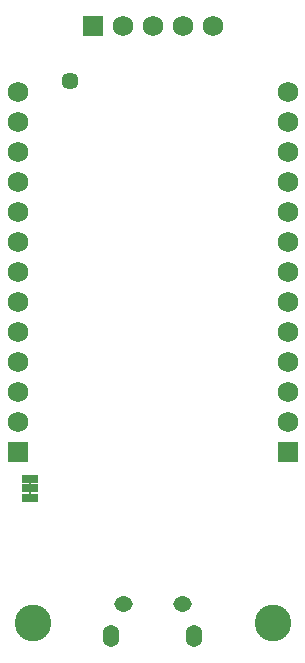
<source format=gbr>
G04 EAGLE Gerber RS-274X export*
G75*
%MOMM*%
%FSLAX34Y34*%
%LPD*%
%AMOC8*
5,1,8,0,0,1.08239X$1,22.5*%
G01*
%ADD10C,3.101600*%
%ADD11C,1.309600*%
%ADD12C,1.371600*%
%ADD13R,1.752600X1.752600*%
%ADD14C,1.752600*%
%ADD15R,1.371600X0.736600*%
%ADD16C,0.203200*%
%ADD17C,1.451600*%


D10*
X27700Y25400D03*
X230900Y25400D03*
D11*
X103138Y41148D03*
X105678Y41148D03*
X104408Y41148D03*
X152922Y41148D03*
X155462Y41148D03*
X153938Y41148D03*
D12*
X94248Y16764D03*
X164352Y16764D03*
X94248Y11684D03*
X94248Y13970D03*
X164352Y11684D03*
X164352Y14224D03*
D13*
X15000Y170300D03*
D14*
X15000Y195700D03*
X15000Y221100D03*
X15000Y246500D03*
X15000Y271900D03*
X15000Y297300D03*
X15000Y322700D03*
X15000Y348100D03*
X15000Y373500D03*
X15000Y398900D03*
X15000Y424300D03*
X15000Y449700D03*
X15000Y475100D03*
D13*
X243600Y170300D03*
D14*
X243600Y195700D03*
X243600Y221100D03*
X243600Y246500D03*
X243600Y271900D03*
X243600Y297300D03*
X243600Y322700D03*
X243600Y348100D03*
X243600Y373500D03*
X243600Y398900D03*
X243600Y424300D03*
X243600Y449700D03*
X243600Y475100D03*
D13*
X78500Y530940D03*
D14*
X103900Y530940D03*
X129300Y530940D03*
X154700Y530940D03*
X180100Y530940D03*
D15*
X25106Y147458D03*
X25106Y139330D03*
X25106Y131202D03*
D16*
X25106Y130440D02*
X25106Y147966D01*
D17*
X59219Y484124D03*
M02*

</source>
